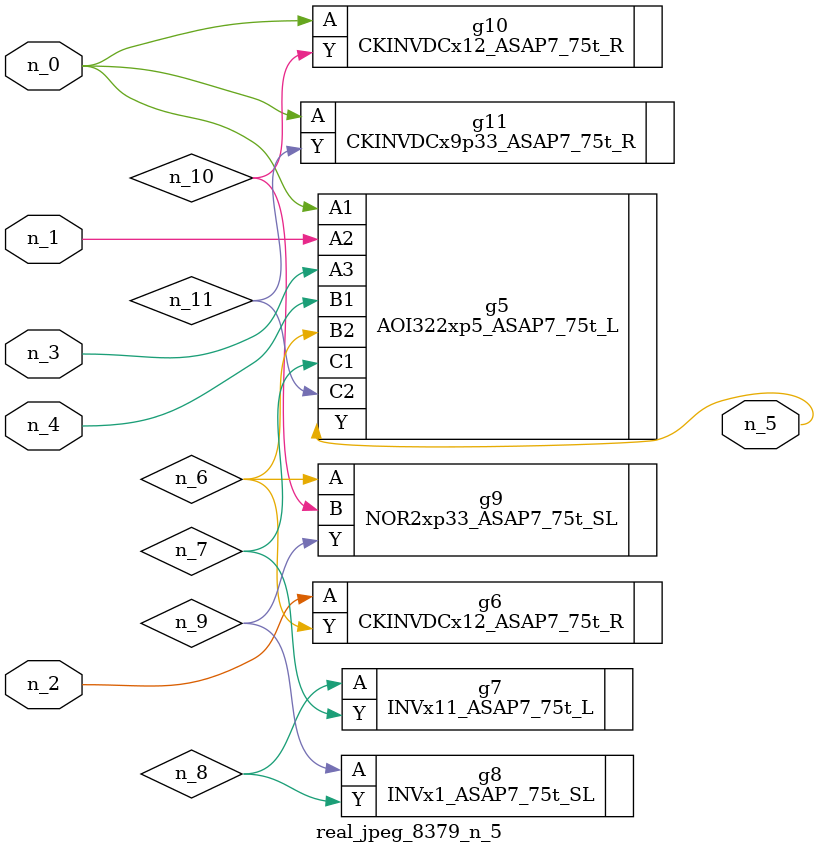
<source format=v>
module real_jpeg_8379_n_5 (n_4, n_0, n_1, n_2, n_3, n_5);

input n_4;
input n_0;
input n_1;
input n_2;
input n_3;

output n_5;

wire n_8;
wire n_11;
wire n_6;
wire n_7;
wire n_10;
wire n_9;

AOI322xp5_ASAP7_75t_L g5 ( 
.A1(n_0),
.A2(n_1),
.A3(n_3),
.B1(n_4),
.B2(n_6),
.C1(n_7),
.C2(n_11),
.Y(n_5)
);

CKINVDCx12_ASAP7_75t_R g10 ( 
.A(n_0),
.Y(n_10)
);

CKINVDCx9p33_ASAP7_75t_R g11 ( 
.A(n_0),
.Y(n_11)
);

CKINVDCx12_ASAP7_75t_R g6 ( 
.A(n_2),
.Y(n_6)
);

NOR2xp33_ASAP7_75t_SL g9 ( 
.A(n_6),
.B(n_10),
.Y(n_9)
);

INVx11_ASAP7_75t_L g7 ( 
.A(n_8),
.Y(n_7)
);

INVx1_ASAP7_75t_SL g8 ( 
.A(n_9),
.Y(n_8)
);


endmodule
</source>
